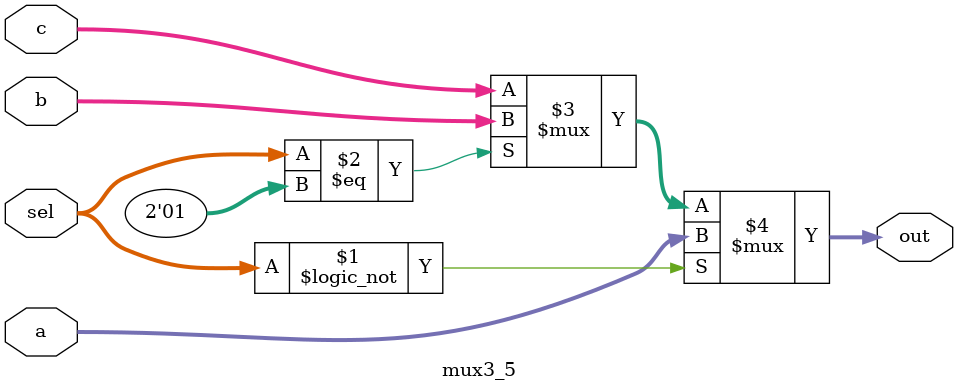
<source format=v>
module mux2_32(a, b, sel, out);
    input [31:0] a, b;
    input sel;
    output [31:0] out;
    assign out = sel ? b : a;
endmodule

module mux3_32(a, b, c, sel, out);
    input [31:0] a, b, c;
    input [1:0] sel;
    output [31:0] out;
    assign out = (sel == 2'b00) ? a :
                 (sel == 2'b01) ? b : c;
endmodule

module mux3_5(a, b, c, sel, out);
    input [4:0] a, b, c;
    input [1:0] sel;
    output [4:0] out;
    assign out = (sel == 2'b00) ? a :
                 (sel == 2'b01) ? b : c;
endmodule
</source>
